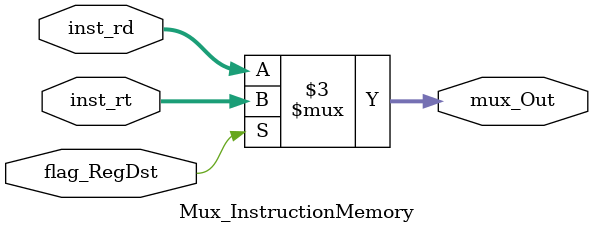
<source format=v>
module Mux_InstructionMemory (inst_rt, inst_rd, flag_RegDst, mux_Out);

	input [4:0] inst_rt, inst_rd;
	input flag_RegDst;
	output reg [4:0] mux_Out;

	always@(*)
	begin
		if (flag_RegDst)
			mux_Out = inst_rt;
		else 
			mux_Out = inst_rd;
	end
	
endmodule

</source>
